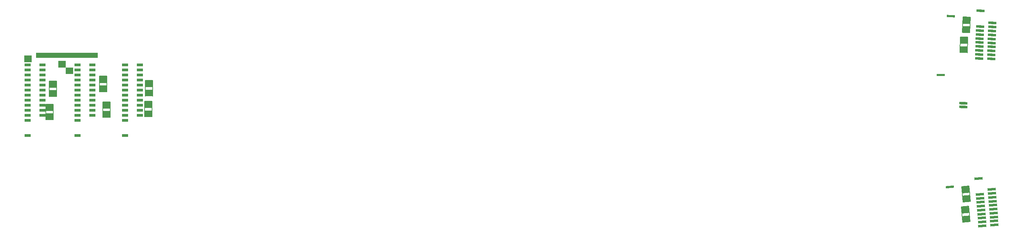
<source format=gbr>
*
G4_C Author: OrCAD GerbTool(tm) 8.1.1 Thu Jun 19 01:59:54 2003*
%LPD*%
%FSLAX34Y34*%
%MOIN*%
%AD*%
%AMD26R98*
20,1,0.027000,0.000000,-0.036000,0.000000,0.036000,98.600000*
%
%AMD26R98N2*
20,1,0.027000,0.000000,-0.036000,0.000000,0.036000,98.600000*
%
%AMD26R86*
20,1,0.027000,0.000000,-0.036000,0.000000,0.036000,86.080000*
%
%AMD17R5*
20,1,0.027000,-0.036000,0.000000,0.036000,0.000000,5.450000*
%
%AMD17R5N2*
20,1,0.027000,-0.036000,0.000000,0.036000,0.000000,5.450000*
%
%AMD29R3*
20,1,0.027000,0.035920,-0.002460,-0.035920,0.002460,3.950000*
%
%AMD29R3N2*
20,1,0.027000,0.035920,-0.002460,-0.035920,0.002460,3.910000*
%
%AMD29R3N3*
20,1,0.027000,0.035920,-0.002460,-0.035920,0.002460,3.920000*
%
%AMD30R274*
20,1,0.024000,0.000000,-0.041000,0.000000,0.041000,274.700000*
%
%AMD26R274*
20,1,0.027000,0.000000,-0.036000,0.000000,0.036000,274.700000*
%
%AMD29R274*
20,1,0.022000,0.000000,-0.040000,0.000000,0.040000,274.700000*
%
%AMD30R88*
20,1,0.024000,0.000000,-0.041000,0.000000,0.041000,88.000000*
%
%AMD26R88*
20,1,0.027000,0.000000,-0.036000,0.000000,0.036000,88.000000*
%
%AMD29R88*
20,1,0.022000,0.000000,-0.040000,0.000000,0.040000,88.000000*
%
%AMD257R359*
20,1,0.022000,-0.040000,0.000000,0.040000,0.000000,359.000000*
%
%AMD35R180*
20,1,0.024000,-0.040860,-0.003360,0.040860,0.003360,180.000000*
%
%AMD36R180*
20,1,0.027000,-0.035880,-0.002950,0.035880,0.002950,180.000000*
%
%AMD37R180*
20,1,0.022000,-0.039870,-0.003280,0.039870,0.003280,180.000000*
%
%AMD30R95*
20,1,0.024000,0.000000,-0.041000,0.000000,0.041000,95.100000*
%
%AMD26R95*
20,1,0.027000,0.000000,-0.036000,0.000000,0.036000,95.100000*
%
%AMD29R95*
20,1,0.022000,0.000000,-0.040000,0.000000,0.040000,95.100000*
%
%AMD45R359*
20,1,0.024000,0.040840,0.003640,-0.040840,-0.003640,359.000000*
%
%AMD46R359*
20,1,0.027000,0.035860,0.003200,-0.035860,-0.003200,359.000000*
%
%AMD47R359*
20,1,0.022000,0.039840,0.003560,-0.039840,-0.003560,359.000000*
%
%AMD48R0*
20,1,0.024000,0.040900,0.002930,-0.040900,-0.002930,0.500000*
%
%AMD49R0*
20,1,0.027000,0.035910,0.002570,-0.035910,-0.002570,0.500000*
%
%AMD50R0*
20,1,0.022000,0.039900,0.002860,-0.039900,-0.002860,0.500000*
%
%AMD29R89*
20,1,0.022000,0.000000,-0.040000,0.000000,0.040000,89.200000*
%
%AMD30R89*
20,1,0.024000,0.000000,-0.041000,0.000000,0.041000,89.200000*
%
%AMD30R88N2*
20,1,0.024000,0.000000,-0.041000,0.000000,0.041000,88.200000*
%
%AMD26R88N2*
20,1,0.027000,0.000000,-0.036000,0.000000,0.036000,88.200000*
%
%AMD29R88N2*
20,1,0.022000,0.000000,-0.040000,0.000000,0.040000,88.200000*
%
%ADD10R,0.050000X0.050000*%
%ADD11C,0.006000*%
%ADD12C,0.019000*%
%ADD13C,0.007900*%
%ADD14C,0.005000*%
%ADD15C,0.000800*%
%ADD16R,0.070000X0.025000*%
%ADD17R,0.068000X0.023000*%
%ADD18C,0.006000*%
%ADD19C,0.009800*%
%ADD20C,0.010000*%
%ADD21C,0.030000*%
%ADD22C,0.060000*%
%ADD23C,0.035000*%
%ADD24C,0.055000*%
%ADD25C,0.065000*%
%ADD26R,0.027000X0.072000*%
%ADD27D26R98*%
%ADD28R,0.031000X0.060000*%
%ADD29R,0.022000X0.080000*%
%ADD30R,0.024000X0.082000*%
%ADD31D17R5N2*%
%ADD32D29R3*%
%ADD33R,0.072000X0.027000*%
%ADD34R,0.072000X0.027000*%
%ADD35D30R274*%
%ADD36D26R274*%
%ADD37D29R274*%
%ADD38D30R88*%
%ADD39D26R88*%
%ADD40D29R88*%
%ADD41D257R359*%
%ADD42D35R180*%
%ADD43D36R180*%
%ADD44D37R180*%
%ADD45D30R95*%
%ADD46D26R95*%
%ADD47D29R95*%
%ADD48D45R359*%
%ADD49D46R359*%
%ADD50D47R359*%
%ADD51D48R0*%
%ADD52D49R0*%
%ADD53D50R0*%
%ADD54D29R89*%
%ADD55D30R89*%
%ADD56D30R88N2*%
%ADD57D26R88N2*%
%ADD58D29R88N2*%
%ADD256R,0.060000X0.031000*%
%ADD257R,0.080000X0.022000*%
G4_C OrCAD GerbTool Tool List *
G54D10*
G1X1833Y39823D2*
G1X7433Y39823D1*
G54D33*
G1X4138Y38755D3*
G1X4138Y38955D3*
G1X4138Y39139D3*
G1X4853Y38105D3*
G1X4853Y38305D3*
G1X4853Y38489D3*
G1X772Y39293D3*
G1X772Y39493D3*
G1X772Y39677D3*
G54D256*
G1X11822Y38875D3*
G1X11822Y38376D3*
G1X11822Y37875D3*
G1X11822Y35376D3*
G1X11822Y35875D3*
G1X11823Y36375D3*
G1X11823Y36875D3*
G1X11822Y37375D3*
G1X11823Y33874D3*
G1X11822Y34376D3*
G1X11822Y34875D3*
G1X10353Y38877D3*
G1X10353Y38378D3*
G1X10352Y37876D3*
G1X10352Y37377D3*
G1X10352Y36878D3*
G1X10352Y36377D3*
G1X10353Y35877D3*
G1X10353Y35378D3*
G1X10351Y34877D3*
G1X10352Y34378D3*
G1X10352Y33877D3*
G1X10352Y31877D3*
G1X10353Y33377D3*
G54D33*
G1X12658Y33839D3*
G1X12657Y34037D3*
G1X12658Y34221D3*
G1X12659Y34740D3*
G1X12660Y34939D3*
G1X12659Y35122D3*
G1X13023Y35279D2*
G54D18*
G1X13023Y33734D1*
G1X13023Y35280D2*
G1X12286Y35280D1*
G1X12286Y35281D2*
G1X12286Y33734D1*
G54D33*
G1X12735Y35903D3*
G1X12734Y36101D3*
G1X12735Y36285D3*
G1X12736Y36804D3*
G1X12737Y37003D3*
G1X12736Y37186D3*
G1X13099Y37342D2*
G54D18*
G1X13099Y35797D1*
G1X13099Y37343D2*
G1X12362Y37343D1*
G1X12362Y37344D2*
G1X12362Y35797D1*
G54D256*
G1X7133Y35377D3*
G1X7133Y35876D3*
G1X7134Y36376D3*
G1X7134Y36876D3*
G1X7133Y37376D3*
G1X7134Y33875D3*
G1X7133Y34377D3*
G1X7133Y34876D3*
G1X5664Y38877D3*
G1X5664Y38378D3*
G1X5663Y37876D3*
G1X5663Y37377D3*
G1X5663Y36878D3*
G1X5663Y36377D3*
G1X5664Y35877D3*
G1X5664Y35378D3*
G1X5662Y34877D3*
G1X5663Y34378D3*
G1X5663Y33877D3*
G1X5663Y31877D3*
G1X5664Y33377D3*
G1X7133Y37875D3*
G1X7133Y38875D3*
G1X7133Y38376D3*
G54D33*
G1X8527Y33785D3*
G1X8526Y33983D3*
G1X8527Y34167D3*
G1X8528Y34686D3*
G1X8529Y34885D3*
G1X8528Y35068D3*
G1X8891Y35224D2*
G54D18*
G1X8891Y33679D1*
G1X8891Y35225D2*
G1X8155Y35225D1*
G1X8155Y35226D2*
G1X8155Y33679D1*
G54D33*
G1X8196Y36327D3*
G1X8195Y36525D3*
G1X8196Y36709D3*
G1X8197Y37228D3*
G1X8198Y37427D3*
G1X8197Y37610D3*
G1X8561Y37766D2*
G54D18*
G1X8561Y36221D1*
G1X8561Y37767D2*
G1X7824Y37767D1*
G1X7824Y37768D2*
G1X7824Y36221D1*
G54D256*
G1X2204Y38874D3*
G1X2204Y38375D3*
G1X2204Y37874D3*
G1X2204Y35375D3*
G1X2204Y35874D3*
G1X2205Y36374D3*
G1X2205Y36874D3*
G1X2204Y37374D3*
G1X2205Y33873D3*
G1X2204Y34375D3*
G1X2204Y34874D3*
G1X734Y38876D3*
G1X734Y38377D3*
G1X733Y37875D3*
G1X733Y37376D3*
G1X733Y36877D3*
G1X733Y36376D3*
G1X734Y35876D3*
G1X734Y35377D3*
G1X732Y34876D3*
G1X733Y34377D3*
G1X733Y33876D3*
G1X733Y31875D3*
G1X734Y33376D3*
G54D33*
G1X2914Y33550D3*
G1X2913Y33748D3*
G1X2914Y33932D3*
G1X2915Y34451D3*
G1X2916Y34650D3*
G1X2915Y34833D3*
G1X3279Y34989D2*
G54D18*
G1X3279Y33444D1*
G1X3279Y34990D2*
G1X2542Y34990D1*
G1X2542Y34991D2*
G1X2542Y33444D1*
G54D33*
G1X3233Y35854D3*
G1X3232Y36052D3*
G1X3233Y36236D3*
G1X3234Y36755D3*
G1X3235Y36954D3*
G1X3234Y37137D3*
G1X3598Y37293D2*
G54D18*
G1X3598Y35748D1*
G1X3598Y37294D2*
G1X2861Y37294D1*
G1X2861Y37295D2*
G1X2861Y35748D1*
G54D56*
G1X96021Y39491D3*
G1X96033Y39885D3*
G1X96046Y40278D3*
G1X96058Y40671D3*
G1X96070Y41065D3*
G1X96083Y41458D3*
G1X96095Y41851D3*
G1X96108Y42245D3*
G1X96120Y42639D3*
G1X96132Y43032D3*
G1X94821Y39528D3*
G1X94833Y39922D3*
G1X94845Y40315D3*
G1X94858Y40709D3*
G1X94870Y41103D3*
G1X94882Y41495D3*
G1X94895Y41889D3*
G1X94907Y42283D3*
G1X94920Y42677D3*
G1X94969Y44249D3*
G54D57*
G1X93302Y40204D3*
G1X93307Y40402D3*
G1X93314Y40586D3*
G1X93331Y41105D3*
G1X93339Y41304D3*
G1X93343Y41487D3*
G1X93712Y41631D2*
G54D18*
G1X93664Y40087D1*
G1X93712Y41632D2*
G1X92976Y41655D1*
G1X92976Y41656D2*
G1X92927Y40110D1*
G54D57*
G1X93553Y42196D3*
G1X93558Y42394D3*
G1X93565Y42578D3*
G1X93582Y43097D3*
G1X93589Y43296D3*
G1X93594Y43479D3*
G1X93963Y43623D2*
G54D18*
G1X93914Y42079D1*
G1X93963Y43624D2*
G1X93226Y43647D1*
G1X93226Y43648D2*
G1X93178Y42102D1*
G54D58*
G1X92048Y43720D3*
G54D54*
G1X91036Y37882D3*
G54D55*
G1X93271Y34702D3*
G1X93272Y35096D3*
G54D51*
G1X96347Y23011D3*
G1X96315Y23405D3*
G1X96284Y23796D3*
G1X96252Y24188D3*
G1X96221Y24581D3*
G1X96189Y24973D3*
G1X96157Y25365D3*
G1X96126Y25758D3*
G1X96094Y26151D3*
G1X96063Y26543D3*
G1X95150Y22915D3*
G1X95118Y23307D3*
G1X95087Y23699D3*
G1X95055Y24092D3*
G1X95023Y24485D3*
G1X94992Y24876D3*
G1X94960Y25269D3*
G1X94929Y25662D3*
G1X94897Y26055D3*
G1X94771Y27623D3*
G54D52*
G1X93565Y23417D3*
G1X93548Y23614D3*
G1X93535Y23798D3*
G1X93494Y24315D3*
G1X93479Y24514D3*
G1X93463Y24696D3*
G1X93814Y24881D2*
G54D18*
G1X93938Y23341D1*
G1X93814Y24882D2*
G1X93079Y24823D1*
G1X93079Y24824D2*
G1X93203Y23282D1*
G54D52*
G1X93592Y25425D3*
G1X93576Y25622D3*
G1X93562Y25806D3*
G1X93521Y26323D3*
G1X93506Y26522D3*
G1X93491Y26704D3*
G1X93841Y26888D2*
G54D18*
G1X93965Y25349D1*
G1X93841Y26889D2*
G1X93106Y26830D1*
G1X93106Y26831D2*
G1X93230Y25289D1*
G54D53*
G1X91927Y26771D3*
M2*

</source>
